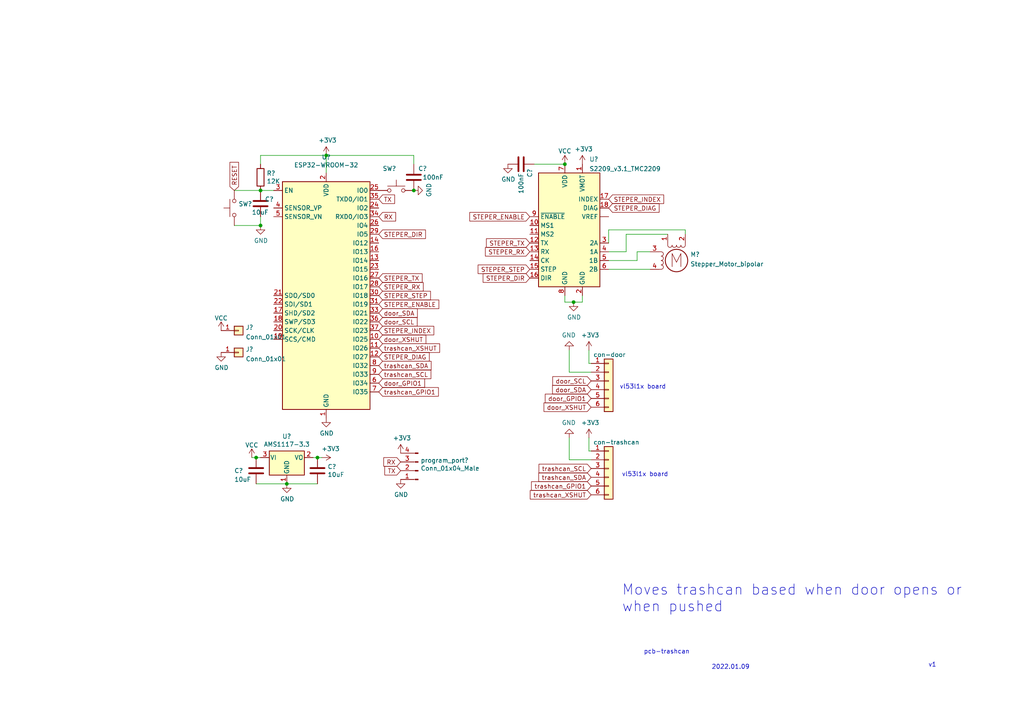
<source format=kicad_sch>
(kicad_sch (version 20211123) (generator eeschema)
  (paper "A4")
  (lib_symbols
    (symbol "Connector:Conn_01x04_Male" (pin_names (offset 1.016) hide)
      (property "Reference" "J" (at 0 5.08 0))
      (property "Value" "Conn_01x04_Male" (at 0 -7.62 0))
      (symbol "Conn_01x04_Male_1_1"
        (polyline (pts (xy 1.27 -5.08) (xy 0.8636 -5.08)) (stroke (width 0.1524)))
        (polyline (pts (xy 1.27 -2.54) (xy 0.8636 -2.54)) (stroke (width 0.1524)))
        (polyline (pts (xy 1.27 0) (xy 0.8636 0)) (stroke (width 0.1524)))
        (polyline (pts (xy 1.27 2.54) (xy 0.8636 2.54)) (stroke (width 0.1524)))
        (rectangle (start 0.8636 -4.953) (end 0 -5.207) (stroke (width 0.1524)) (fill (type outline)))
        (rectangle (start 0.8636 -2.413) (end 0 -2.667) (stroke (width 0.1524)) (fill (type outline)))
        (rectangle (start 0.8636 0.127) (end 0 -0.127) (stroke (width 0.1524)) (fill (type outline)))
        (rectangle (start 0.8636 2.667) (end 0 2.413) (stroke (width 0.1524)) (fill (type outline)))
        (pin passive line (at 5.08 2.54 180) (length 3.81) (name "Pin_1") (number "1"))
        (pin passive line (at 5.08 0 180) (length 3.81) (name "Pin_2") (number "2"))
        (pin passive line (at 5.08 -2.54 180) (length 3.81) (name "Pin_3") (number "3"))
        (pin passive line (at 5.08 -5.08 180) (length 3.81) (name "Pin_4") (number "4"))
      )
    )
    (symbol "Connector_Generic:Conn_01x01" (pin_names (offset 1.016) hide)
      (property "Reference" "J" (at 0 2.54 0))
      (property "Value" "Conn_01x01" (at 0 -2.54 0))
      (symbol "Conn_01x01_1_1"
        (rectangle (start -1.27 0.127) (end 0 -0.127) (stroke (width 0.1524)))
        (rectangle (start -1.27 1.27) (end 1.27 -1.27) (stroke (width 0.254)) (fill (type background)))
        (pin passive line (at -5.08 0 0) (length 3.81) (name "Pin_1") (number "1"))
      )
    )
    (symbol "Connector_Generic:Conn_01x06" (pin_names (offset 1.016) hide)
      (property "Reference" "J" (at 0 7.62 0))
      (property "Value" "Conn_01x06" (at 0 -10.16 0))
      (symbol "Conn_01x06_1_1"
        (rectangle (start -1.27 -7.493) (end 0 -7.747) (stroke (width 0.1524)))
        (rectangle (start -1.27 -4.953) (end 0 -5.207) (stroke (width 0.1524)))
        (rectangle (start -1.27 -2.413) (end 0 -2.667) (stroke (width 0.1524)))
        (rectangle (start -1.27 0.127) (end 0 -0.127) (stroke (width 0.1524)))
        (rectangle (start -1.27 2.667) (end 0 2.413) (stroke (width 0.1524)))
        (rectangle (start -1.27 5.207) (end 0 4.953) (stroke (width 0.1524)))
        (rectangle (start -1.27 6.35) (end 1.27 -8.89) (stroke (width 0.254)) (fill (type background)))
        (pin passive line (at -5.08 5.08 0) (length 3.81) (name "Pin_1") (number "1"))
        (pin passive line (at -5.08 2.54 0) (length 3.81) (name "Pin_2") (number "2"))
        (pin passive line (at -5.08 0 0) (length 3.81) (name "Pin_3") (number "3"))
        (pin passive line (at -5.08 -2.54 0) (length 3.81) (name "Pin_4") (number "4"))
        (pin passive line (at -5.08 -5.08 0) (length 3.81) (name "Pin_5") (number "5"))
        (pin passive line (at -5.08 -7.62 0) (length 3.81) (name "Pin_6") (number "6"))
      )
    )
    (symbol "Device:C" (pin_numbers hide) (pin_names (offset 0.254))
      (property "Reference" "C" (at 0.635 2.54 0))
      (property "Value" "C" (at 0.635 -2.54 0))
      (symbol "C_0_1"
        (polyline (pts (xy -2.032 -0.762) (xy 2.032 -0.762)) (stroke (width 0.508)))
        (polyline (pts (xy -2.032 0.762) (xy 2.032 0.762)) (stroke (width 0.508)))
      )
      (symbol "C_1_1"
        (pin passive line (at 0 3.81 270) (length 2.794) (name "~") (number "1"))
        (pin passive line (at 0 -3.81 90) (length 2.794) (name "~") (number "2"))
      )
    )
    (symbol "Device:R" (pin_numbers hide) (pin_names (offset 0))
      (property "Reference" "R" (at 2.032 0 90))
      (property "Value" "R" (at 0 0 90))
      (symbol "R_0_1"
        (rectangle (start -1.016 -2.54) (end 1.016 2.54) (stroke (width 0.254)))
      )
      (symbol "R_1_1"
        (pin passive line (at 0 3.81 270) (length 1.27) (name "~") (number "1"))
        (pin passive line (at 0 -3.81 90) (length 1.27) (name "~") (number "2"))
      )
    )
    (symbol "Driver_Motor:S2209_v3.1_TMC2209"
      (property "Reference" "U" (at -13.97 22.86 0))
      (property "Value" "S2209_v3.1_TMC2209" (at -15.24 20.32 0))
      (symbol "S2209_v3.1_TMC2209_0_1"
        (rectangle (start 7.62 -13.97) (end -10.16 19.05) (stroke (width 0.254)) (fill (type background)))
      )
      (symbol "S2209_v3.1_TMC2209_1_1"
        (pin output line (at 10.16 6.35 180) (length 2.54) (name "VREF") (number ""))
        (pin power_in line (at 2.54 21.59 270) (length 2.54) (name "VMOT") (number "1"))
        (pin input line (at -12.7 3.81 0) (length 2.54) (name "MS1") (number "10"))
        (pin input line (at -12.7 1.27 0) (length 2.54) (name "MS2") (number "11"))
        (pin output line (at -12.7 -1.27 0) (length 2.54) (name "TX") (number "12"))
        (pin input line (at -12.7 -3.81 0) (length 2.54) (name "RX") (number "13"))
        (pin input line (at -12.7 -6.35 0) (length 2.54) (name "CK") (number "14"))
        (pin input line (at -12.7 -8.89 0) (length 2.54) (name "STEP") (number "15"))
        (pin input line (at -12.7 -11.43 0) (length 2.54) (name "DIR") (number "16"))
        (pin output line (at 10.16 11.43 180) (length 2.54) (name "INDEX") (number "17"))
        (pin output line (at 10.16 8.89 180) (length 2.54) (name "DIAG") (number "18"))
        (pin power_in line (at 2.54 -16.51 90) (length 2.54) (name "GND") (number "2"))
        (pin output line (at 10.16 -1.27 180) (length 2.54) (name "2A") (number "3"))
        (pin output line (at 10.16 -3.81 180) (length 2.54) (name "1A") (number "4"))
        (pin output line (at 10.16 -6.35 180) (length 2.54) (name "1B") (number "5"))
        (pin output line (at 10.16 -8.89 180) (length 2.54) (name "2B") (number "6"))
        (pin power_in line (at -2.54 21.59 270) (length 2.54) (name "VDD") (number "7"))
        (pin power_in line (at -2.54 -16.51 90) (length 2.54) (name "GND") (number "8"))
        (pin input line (at -12.7 6.35 0) (length 2.54) (name "~{ENABLE}") (number "9"))
      )
    )
    (symbol "Motor:Stepper_Motor_bipolar" (pin_names (offset 0) hide)
      (property "Reference" "M" (at 3.81 2.54 0))
      (property "Value" "Stepper_Motor_bipolar" (at 3.81 1.27 0))
      (symbol "Stepper_Motor_bipolar_0_0"
        (polyline (pts (xy -1.27 -1.778) (xy -1.27 2.032) (xy 0 -0.508) (xy 1.27 2.032) (xy 1.27 -1.778)))
      )
      (symbol "Stepper_Motor_bipolar_0_1"
        (arc (start -4.445 -2.54) (mid -3.81 -1.905) (end -4.445 -1.27))
        (arc (start -4.445 -1.27) (mid -3.81 -0.635) (end -4.445 0))
        (arc (start -4.445 0) (mid -3.81 0.635) (end -4.445 1.27))
        (arc (start -4.445 1.27) (mid -3.81 1.905) (end -4.445 2.54))
        (arc (start -2.54 4.445) (mid -1.905 3.81) (end -1.27 4.445))
        (arc (start -1.27 4.445) (mid -0.635 3.81) (end 0 4.445))
        (polyline (pts (xy -5.08 -2.54) (xy -4.445 -2.54)))
        (polyline (pts (xy -5.08 2.54) (xy -4.445 2.54)))
        (polyline (pts (xy -2.54 5.08) (xy -2.54 4.445)))
        (polyline (pts (xy 2.54 5.08) (xy 2.54 4.445)))
        (circle (center 0 0) (radius 3.2512) (stroke (width 0.254)))
        (arc (start 0 4.445) (mid 0.635 3.81) (end 1.27 4.445))
        (arc (start 1.27 4.445) (mid 1.905 3.81) (end 2.54 4.445))
      )
      (symbol "Stepper_Motor_bipolar_1_1"
        (pin passive line (at -2.54 7.62 270) (length 2.54) (name "~") (number "1"))
        (pin passive line (at 2.54 7.62 270) (length 2.54) (name "-") (number "2"))
        (pin passive line (at -7.62 2.54 0) (length 2.54) (name "~") (number "3"))
        (pin passive line (at -7.62 -2.54 0) (length 2.54) (name "~") (number "4"))
      )
    )
    (symbol "RF_Module:ESP32-WROOM-32"
      (property "Reference" "U" (at -12.7 34.29 0))
      (property "Value" "ESP32-WROOM-32" (at 1.27 34.29 0))
      (symbol "ESP32-WROOM-32_0_1"
        (rectangle (start -12.7 33.02) (end 12.7 -33.02) (stroke (width 0.254)) (fill (type background)))
      )
      (symbol "ESP32-WROOM-32_1_1"
        (pin power_in line (at 0 -35.56 90) (length 2.54) (name "GND") (number "1"))
        (pin bidirectional line (at 15.24 -12.7 180) (length 2.54) (name "IO25") (number "10"))
        (pin bidirectional line (at 15.24 -15.24 180) (length 2.54) (name "IO26") (number "11"))
        (pin bidirectional line (at 15.24 -17.78 180) (length 2.54) (name "IO27") (number "12"))
        (pin bidirectional line (at 15.24 10.16 180) (length 2.54) (name "IO14") (number "13"))
        (pin bidirectional line (at 15.24 15.24 180) (length 2.54) (name "IO12") (number "14"))
        (pin passive line (at 0 -35.56 90) (length 2.54) hide (name "GND") (number "15"))
        (pin bidirectional line (at 15.24 12.7 180) (length 2.54) (name "IO13") (number "16"))
        (pin bidirectional line (at -15.24 -5.08 0) (length 2.54) (name "SHD/SD2") (number "17"))
        (pin bidirectional line (at -15.24 -7.62 0) (length 2.54) (name "SWP/SD3") (number "18"))
        (pin bidirectional line (at -15.24 -12.7 0) (length 2.54) (name "SCS/CMD") (number "19"))
        (pin power_in line (at 0 35.56 270) (length 2.54) (name "VDD") (number "2"))
        (pin bidirectional line (at -15.24 -10.16 0) (length 2.54) (name "SCK/CLK") (number "20"))
        (pin bidirectional line (at -15.24 0 0) (length 2.54) (name "SDO/SD0") (number "21"))
        (pin bidirectional line (at -15.24 -2.54 0) (length 2.54) (name "SDI/SD1") (number "22"))
        (pin bidirectional line (at 15.24 7.62 180) (length 2.54) (name "IO15") (number "23"))
        (pin bidirectional line (at 15.24 25.4 180) (length 2.54) (name "IO2") (number "24"))
        (pin bidirectional line (at 15.24 30.48 180) (length 2.54) (name "IO0") (number "25"))
        (pin bidirectional line (at 15.24 20.32 180) (length 2.54) (name "IO4") (number "26"))
        (pin bidirectional line (at 15.24 5.08 180) (length 2.54) (name "IO16") (number "27"))
        (pin bidirectional line (at 15.24 2.54 180) (length 2.54) (name "IO17") (number "28"))
        (pin bidirectional line (at 15.24 17.78 180) (length 2.54) (name "IO5") (number "29"))
        (pin input line (at -15.24 30.48 0) (length 2.54) (name "EN") (number "3"))
        (pin bidirectional line (at 15.24 0 180) (length 2.54) (name "IO18") (number "30"))
        (pin bidirectional line (at 15.24 -2.54 180) (length 2.54) (name "IO19") (number "31"))
        (pin no_connect line (at -12.7 -27.94 0) (length 2.54) hide (name "NC") (number "32"))
        (pin bidirectional line (at 15.24 -5.08 180) (length 2.54) (name "IO21") (number "33"))
        (pin bidirectional line (at 15.24 22.86 180) (length 2.54) (name "RXD0/IO3") (number "34"))
        (pin bidirectional line (at 15.24 27.94 180) (length 2.54) (name "TXD0/IO1") (number "35"))
        (pin bidirectional line (at 15.24 -7.62 180) (length 2.54) (name "IO22") (number "36"))
        (pin bidirectional line (at 15.24 -10.16 180) (length 2.54) (name "IO23") (number "37"))
        (pin passive line (at 0 -35.56 90) (length 2.54) hide (name "GND") (number "38"))
        (pin passive line (at 0 -35.56 90) (length 2.54) hide (name "GND") (number "39"))
        (pin input line (at -15.24 25.4 0) (length 2.54) (name "SENSOR_VP") (number "4"))
        (pin input line (at -15.24 22.86 0) (length 2.54) (name "SENSOR_VN") (number "5"))
        (pin input line (at 15.24 -25.4 180) (length 2.54) (name "IO34") (number "6"))
        (pin input line (at 15.24 -27.94 180) (length 2.54) (name "IO35") (number "7"))
        (pin bidirectional line (at 15.24 -20.32 180) (length 2.54) (name "IO32") (number "8"))
        (pin bidirectional line (at 15.24 -22.86 180) (length 2.54) (name "IO33") (number "9"))
      )
    )
    (symbol "Regulator_Linear:AMS1117-3.3" (pin_names (offset 0.254))
      (property "Reference" "U" (at -3.81 3.175 0))
      (property "Value" "AMS1117-3.3" (at 0 3.175 0))
      (symbol "AMS1117-3.3_0_1"
        (rectangle (start -5.08 -5.08) (end 5.08 1.905) (stroke (width 0.254)) (fill (type background)))
      )
      (symbol "AMS1117-3.3_1_1"
        (pin power_in line (at 0 -7.62 90) (length 2.54) (name "GND") (number "1"))
        (pin power_out line (at 7.62 0 180) (length 2.54) (name "VO") (number "2"))
        (pin power_in line (at -7.62 0 0) (length 2.54) (name "VI") (number "3"))
      )
    )
    (symbol "Switch:SW_Push" (pin_numbers hide) (pin_names (offset 1.016) hide)
      (property "Reference" "SW" (at 1.27 2.54 0))
      (property "Value" "SW_Push" (at 0 -1.524 0))
      (symbol "SW_Push_0_1"
        (circle (center -2.032 0) (radius 0.508))
        (polyline (pts (xy 0 1.27) (xy 0 3.048)))
        (polyline (pts (xy 2.54 1.27) (xy -2.54 1.27)))
        (circle (center 2.032 0) (radius 0.508))
        (pin passive line (at -5.08 0 0) (length 2.54) (name "1") (number "1"))
        (pin passive line (at 5.08 0 180) (length 2.54) (name "2") (number "2"))
      )
    )
    (symbol "power:+3.3V" (power) (pin_names (offset 0))
      (property "Value" "+3.3V" (at 0 3.556 0))
      (symbol "+3.3V_0_1"
        (polyline (pts (xy -0.762 1.27) (xy 0 2.54)))
        (polyline (pts (xy 0 0) (xy 0 2.54)))
        (polyline (pts (xy 0 2.54) (xy 0.762 1.27)))
      )
      (symbol "+3.3V_1_1"
        (pin power_in line (at 0 0 90) (length 0) hide (name "+3V3") (number "1"))
      )
    )
    (symbol "power:GND" (power) (pin_names (offset 0))
      (property "Value" "GND" (at 0 -3.81 0))
      (symbol "GND_0_1"
        (polyline (pts (xy 0 0) (xy 0 -1.27) (xy 1.27 -1.27) (xy 0 -2.54) (xy -1.27 -1.27) (xy 0 -1.27)))
      )
      (symbol "GND_1_1"
        (pin power_in line (at 0 0 270) (length 0) hide (name "GND") (number "1"))
      )
    )
    (symbol "power:VCC" (power) (pin_names (offset 0))
      (property "Value" "VCC" (at 0 3.81 0))
      (symbol "VCC_0_1"
        (polyline (pts (xy -0.762 1.27) (xy 0 2.54)))
        (polyline (pts (xy 0 0) (xy 0 2.54)))
        (polyline (pts (xy 0 2.54) (xy 0.762 1.27)))
      )
      (symbol "VCC_1_1"
        (pin power_in line (at 0 0 90) (length 0) hide (name "VCC") (number "1"))
      )
    )
  )
  (junction (at 75.565 65.405))
  (junction (at 94.615 45.085))
  (junction (at 74.295 132.715))
  (junction (at 120.015 55.245))
  (junction (at 166.37 87.63))
  (junction (at 92.075 132.715))
  (junction (at 163.83 47.625))
  (junction (at 83.185 140.335))
  (junction (at 75.565 55.245))
  (wire (pts (xy 165.1 107.95) (xy 165.1 101.6)))
  (wire (pts (xy 67.945 65.405) (xy 75.565 65.405)))
  (wire (pts (xy 184.785 75.565) (xy 184.785 73.025)))
  (wire (pts (xy 67.945 55.245) (xy 75.565 55.245)))
  (wire (pts (xy 154.94 47.625) (xy 163.83 47.625)))
  (wire (pts (xy 184.785 73.025) (xy 188.595 73.025)))
  (wire (pts (xy 74.295 140.335) (xy 83.185 140.335)))
  (wire (pts (xy 170.815 105.41) (xy 171.45 105.41)))
  (wire (pts (xy 170.815 127) (xy 170.815 130.81)))
  (wire (pts (xy 75.565 45.085) (xy 94.615 45.085)))
  (wire (pts (xy 198.755 66.675) (xy 198.755 67.945)))
  (wire (pts (xy 75.565 47.625) (xy 75.565 45.085)))
  (wire (pts (xy 120.015 45.085) (xy 120.015 47.625)))
  (wire (pts (xy 170.815 101.6) (xy 170.815 105.41)))
  (wire (pts (xy 92.075 132.715) (xy 93.345 132.715)))
  (wire (pts (xy 75.565 65.405) (xy 75.565 62.865)))
  (wire (pts (xy 168.91 87.63) (xy 166.37 87.63)))
  (wire (pts (xy 176.53 70.485) (xy 176.53 66.675)))
  (wire (pts (xy 94.615 45.085) (xy 120.015 45.085)))
  (wire (pts (xy 165.1 133.35) (xy 165.1 127)))
  (wire (pts (xy 74.295 132.715) (xy 75.565 132.715)))
  (wire (pts (xy 90.805 132.715) (xy 92.075 132.715)))
  (wire (pts (xy 73.025 132.715) (xy 74.295 132.715)))
  (wire (pts (xy 176.53 78.105) (xy 188.595 78.105)))
  (wire (pts (xy 163.83 85.725) (xy 163.83 87.63)))
  (wire (pts (xy 170.815 130.81) (xy 171.45 130.81)))
  (wire (pts (xy 181.61 73.025) (xy 181.61 67.945)))
  (wire (pts (xy 75.565 55.245) (xy 79.375 55.245)))
  (wire (pts (xy 176.53 66.675) (xy 198.755 66.675)))
  (wire (pts (xy 83.185 140.335) (xy 92.075 140.335)))
  (wire (pts (xy 168.91 85.725) (xy 168.91 87.63)))
  (wire (pts (xy 163.83 87.63) (xy 166.37 87.63)))
  (wire (pts (xy 176.53 75.565) (xy 184.785 75.565)))
  (wire (pts (xy 171.45 107.95) (xy 165.1 107.95)))
  (wire (pts (xy 171.45 133.35) (xy 165.1 133.35)))
  (wire (pts (xy 94.615 45.085) (xy 94.615 50.165)))
  (wire (pts (xy 181.61 67.945) (xy 193.675 67.945)))
  (wire (pts (xy 176.53 73.025) (xy 181.61 73.025)))
  (text "v1" (at 269.24 193.675 0) (effects (font (size 1.27 1.27)) (justify left bottom)))
  (text "vl53l1x board" (at 180.34 138.43 0) (effects (font (size 1.27 1.27)) (justify left bottom)))
  (text "pcb-trashcan" (at 186.69 189.865 0) (effects (font (size 1.27 1.27)) (justify left bottom)))
  (text "Moves trashcan based when door opens or\nwhen pushed" (at 180.34 177.8 0) (effects (font (size 3 3)) (justify left bottom)))
  (text "2022.01.09" (at 206.375 194.31 0) (effects (font (size 1.27 1.27)) (justify left bottom)))
  (text "vl53l1x board" (at 179.705 113.03 0) (effects (font (size 1.27 1.27)) (justify left bottom)))
  (global_label "STEPER_DIR" (shape input) (at 153.67 80.645 180) (property "Intersheet References" "${INTERSHEET_REFS}" (effects hide)))
  (global_label "STEPER_DIR" (shape input) (at 109.855 67.945 0) (property "Intersheet References" "${INTERSHEET_REFS}" (effects hide)))
  (global_label "door_SCL" (shape input) (at 171.45 110.49 180) (property "Intersheet References" "${INTERSHEET_REFS}" (effects hide)))
  (global_label "trashcan_GPIO1" (shape input) (at 109.855 113.665 0) (property "Intersheet References" "${INTERSHEET_REFS}" (effects hide)))
  (global_label "trashcan_SDA" (shape input) (at 109.855 106.045 0) (property "Intersheet References" "${INTERSHEET_REFS}" (effects hide)))
  (global_label "door_XSHUT" (shape input) (at 109.855 98.425 0) (property "Intersheet References" "${INTERSHEET_REFS}" (effects hide)))
  (global_label "door_SDA" (shape input) (at 109.855 90.805 0) (property "Intersheet References" "${INTERSHEET_REFS}" (effects hide)))
  (global_label "TX" (shape input) (at 109.855 57.785 0) (property "Intersheet References" "${INTERSHEET_REFS}" (effects hide)))
  (global_label "trashcan_SCL" (shape input) (at 171.45 135.89 180) (property "Intersheet References" "${INTERSHEET_REFS}" (effects hide)))
  (global_label "trashcan_GPIO1" (shape input) (at 171.45 140.97 180) (property "Intersheet References" "${INTERSHEET_REFS}" (effects hide)))
  (global_label "door_SDA" (shape input) (at 171.45 113.03 180) (property "Intersheet References" "${INTERSHEET_REFS}" (effects hide)))
  (global_label "door_SCL" (shape input) (at 109.855 93.345 0) (property "Intersheet References" "${INTERSHEET_REFS}" (effects hide)))
  (global_label "door_GPIO1" (shape input) (at 171.45 115.57 180) (property "Intersheet References" "${INTERSHEET_REFS}" (effects hide)))
  (global_label "STEPER_INDEX" (shape input) (at 109.855 95.885 0) (property "Intersheet References" "${INTERSHEET_REFS}" (effects hide)))
  (global_label "STEPER_RX" (shape input) (at 153.67 73.025 180) (property "Intersheet References" "${INTERSHEET_REFS}" (effects hide)))
  (global_label "trashcan_XSHUT" (shape input) (at 171.45 143.51 180) (property "Intersheet References" "${INTERSHEET_REFS}" (effects hide)))
  (global_label "RESET" (shape input) (at 67.945 55.245 90) (property "Intersheet References" "${INTERSHEET_REFS}" (effects hide)))
  (global_label "STEPER_TX" (shape input) (at 109.855 80.645 0) (property "Intersheet References" "${INTERSHEET_REFS}" (effects hide)))
  (global_label "STEPER_STEP" (shape input) (at 109.855 85.725 0) (property "Intersheet References" "${INTERSHEET_REFS}" (effects hide)))
  (global_label "STEPER_DIAG" (shape input) (at 176.53 60.325 0) (property "Intersheet References" "${INTERSHEET_REFS}" (effects hide)))
  (global_label "STEPER_ENABLE" (shape input) (at 109.855 88.265 0) (property "Intersheet References" "${INTERSHEET_REFS}" (effects hide)))
  (global_label "trashcan_SDA" (shape input) (at 171.45 138.43 180) (property "Intersheet References" "${INTERSHEET_REFS}" (effects hide)))
  (global_label "RX" (shape input) (at 116.205 133.985 180) (property "Intersheet References" "${INTERSHEET_REFS}" (effects hide)))
  (global_label "STEPER_DIAG" (shape input) (at 109.855 103.505 0) (property "Intersheet References" "${INTERSHEET_REFS}" (effects hide)))
  (global_label "RX" (shape input) (at 109.855 62.865 0) (property "Intersheet References" "${INTERSHEET_REFS}" (effects hide)))
  (global_label "STEPER_INDEX" (shape input) (at 176.53 57.785 0) (property "Intersheet References" "${INTERSHEET_REFS}" (effects hide)))
  (global_label "STEPER_ENABLE" (shape input) (at 153.67 62.865 180) (property "Intersheet References" "${INTERSHEET_REFS}" (effects hide)))
  (global_label "door_GPIO1" (shape input) (at 109.855 111.125 0) (property "Intersheet References" "${INTERSHEET_REFS}" (effects hide)))
  (global_label "STEPER_TX" (shape input) (at 153.67 70.485 180) (property "Intersheet References" "${INTERSHEET_REFS}" (effects hide)))
  (global_label "door_XSHUT" (shape input) (at 171.45 118.11 180) (property "Intersheet References" "${INTERSHEET_REFS}" (effects hide)))
  (global_label "TX" (shape input) (at 116.205 136.525 180) (property "Intersheet References" "${INTERSHEET_REFS}" (effects hide)))
  (global_label "trashcan_SCL" (shape input) (at 109.855 108.585 0) (property "Intersheet References" "${INTERSHEET_REFS}" (effects hide)))
  (global_label "STEPER_STEP" (shape input) (at 153.67 78.105 180) (property "Intersheet References" "${INTERSHEET_REFS}" (effects hide)))
  (global_label "STEPER_RX" (shape input) (at 109.855 83.185 0) (property "Intersheet References" "${INTERSHEET_REFS}" (effects hide)))
  (global_label "trashcan_XSHUT" (shape input) (at 109.855 100.965 0) (property "Intersheet References" "${INTERSHEET_REFS}" (effects hide)))
  (symbol (lib_id "Connector_Generic:Conn_01x06") (at 176.53 110.49 0) (unit 1)
    (property "Reference" "con-door" (at 172.085 102.87 0) (effects (justify left)))
    (property "Value" "Conn_01x06" (effects hide))
  )
  (symbol (lib_id "Regulator_Linear:AMS1117-3.3") (at 83.185 132.715 0) (unit 1)
    (property "Reference" "U?" (at 83.185 126.5682 0))
    (property "Value" "AMS1117-3.3" (at 83.185 128.8796 0))
    (property "Footprint" "Package_TO_SOT_SMD:SOT-223-3_TabPin2" (effects hide))
    (property "Datasheet" "http://www.advanced-monolithic.com/pdf/ds1117.pdf" (effects hide))
  )
  (symbol (lib_id "Motor:Stepper_Motor_bipolar") (at 196.215 75.565 0) (unit 1)
    (property "Reference" "M?" (at 200.2282 73.8056 0) (effects (justify left)))
    (property "Value" "Stepper_Motor_bipolar" (at 200.2282 76.5807 0) (effects (justify left)))
    (property "Datasheet" "http://www.infineon.com/dgdl/Application-Note-TLE8110EE_driving_UniPolarStepperMotor_V1.1.pdf?fileId=db3a30431be39b97011be5d0aa0a00b0" (effects hide))
  )
  (symbol (lib_id "power:+3.3V") (at 170.815 127 0) (unit 1)
    (property "Reference" "#PWR0116" (effects hide))
    (property "Value" "+3.3V" (at 171.196 122.6058 0))
  )
  (symbol (lib_id "Driver_Motor:S2209_v3.1_TMC2209") (at 166.37 69.215 0) (unit 1)
    (property "Reference" "U?" (at 170.9294 46.1985 0) (effects (justify left)))
    (property "Value" "S2209_v3.1_TMC2209" (at 170.9294 48.9736 0) (effects (justify left)))
  )
  (symbol (lib_id "power:+3.3V") (at 168.91 47.625 0) (unit 1)
    (property "Reference" "#PWR0114" (effects hide))
    (property "Value" "+3.3V" (at 169.291 43.2308 0))
  )
  (symbol (lib_id "power:GND") (at 83.185 140.335 0) (unit 1)
    (property "Reference" "#PWR0103" (effects hide))
    (property "Value" "GND" (at 83.312 144.7292 0))
  )
  (symbol (lib_id "power:GND") (at 165.1 127 180) (unit 1)
    (property "Reference" "#PWR0115" (effects hide))
    (property "Value" "GND" (at 164.973 122.6058 0))
  )
  (symbol (lib_id "power:+3.3V") (at 93.345 132.715 270) (unit 1)
    (property "Reference" "#PWR0102" (effects hide))
    (property "Value" "+3.3V" (at 95.885 130.175 90))
  )
  (symbol (lib_id "Device:R") (at 75.565 51.435 0) (unit 1)
    (property "Reference" "R?" (at 77.343 50.2666 0) (effects (justify left)))
    (property "Value" "12K" (at 77.343 52.578 0) (effects (justify left)))
    (property "Footprint" "Resistor_SMD:R_0805_2012Metric" (effects hide))
  )
  (symbol (lib_id "power:+3.3V") (at 116.205 131.445 0) (unit 1)
    (property "Reference" "#PWR0105" (effects hide))
    (property "Value" "+3.3V" (at 116.586 127.0508 0))
  )
  (symbol (lib_id "Connector_Generic:Conn_01x01") (at 69.215 95.885 0) (unit 1)
    (property "Reference" "J?" (at 71.247 94.9765 0) (effects (justify left)))
    (property "Value" "Conn_01x01" (at 71.247 97.7516 0) (effects (justify left)))
    (property "Footprint" "Connector_Wire:SolderWire-1sqmm_1x01_D1.4mm_OD2.7mm" (effects hide))
  )
  (symbol (lib_id "Device:C") (at 151.13 47.625 90) (unit 1)
    (property "Reference" "C?" (at 153.67 48.895 0) (effects (justify right)))
    (property "Value" "100nF" (at 151.13 50.165 0) (effects (justify right)))
    (property "Footprint" "Capacitor_SMD:C_0805_2012Metric" (effects hide))
  )
  (symbol (lib_id "Device:C") (at 74.295 136.525 180) (unit 1)
    (property "Reference" "C?" (at 67.945 136.525 0) (effects (justify right)))
    (property "Value" "10uF" (at 67.945 139.065 0) (effects (justify right)))
    (property "Footprint" "Capacitor_SMD:C_0805_2012Metric" (effects hide))
  )
  (symbol (lib_id "power:GND") (at 147.32 47.625 0) (unit 1)
    (property "Reference" "#PWR0113" (effects hide))
    (property "Value" "GND" (at 147.447 52.0192 0))
  )
  (symbol (lib_id "Device:C") (at 120.015 51.435 180) (unit 1)
    (property "Reference" "C?" (at 121.285 48.895 0) (effects (justify right)))
    (property "Value" "100nF" (at 122.555 51.435 0) (effects (justify right)))
    (property "Footprint" "Capacitor_SMD:C_0805_2012Metric" (effects hide))
  )
  (symbol (lib_id "power:GND") (at 120.015 55.245 90) (unit 1)
    (property "Reference" "#PWR0109" (effects hide))
    (property "Value" "GND" (at 124.4092 55.118 0))
  )
  (symbol (lib_id "Switch:SW_Push") (at 114.935 55.245 0) (unit 1)
    (property "Reference" "SW?" (at 114.935 48.895 0) (effects (justify right)))
    (property "Value" "SW_Push" (effects hide))
    (property "Footprint" "Button_Switch_SMD:SW_SPST_PTS810" (effects hide))
  )
  (symbol (lib_id "Device:C") (at 92.075 136.525 180) (unit 1)
    (property "Reference" "C?" (at 94.996 135.3566 0) (effects (justify right)))
    (property "Value" "10uF" (at 94.996 137.668 0) (effects (justify right)))
    (property "Footprint" "Capacitor_SMD:C_0805_2012Metric" (effects hide))
  )
  (symbol (lib_id "Connector_Generic:Conn_01x01") (at 69.215 102.235 0) (unit 1)
    (property "Reference" "J?" (at 71.247 101.3265 0) (effects (justify left)))
    (property "Value" "Conn_01x01" (at 71.247 104.1016 0) (effects (justify left)))
    (property "Footprint" "Connector_Wire:SolderWire-1sqmm_1x01_D1.4mm_OD2.7mm" (effects hide))
  )
  (symbol (lib_id "power:VCC") (at 163.83 47.625 0) (unit 1)
    (property "Reference" "#PWR0112" (effects hide))
    (property "Value" "VCC" (at 163.83 43.815 0))
  )
  (symbol (lib_id "power:+3.3V") (at 94.615 45.085 0) (unit 1)
    (property "Reference" "#PWR0111" (effects hide))
    (property "Value" "+3.3V" (at 94.996 40.6908 0))
  )
  (symbol (lib_id "RF_Module:ESP32-WROOM-32") (at 94.615 85.725 0) (unit 1)
    (property "Reference" "U?" (at 94.615 45.5676 0))
    (property "Value" "ESP32-WROOM-32" (at 94.615 47.879 0))
    (property "Footprint" "RF_Module:ESP32-WROOM-32" (effects hide))
    (property "Datasheet" "https://www.espressif.com/sites/default/files/documentation/esp32-wroom-32_datasheet_en.pdf" (effects hide))
  )
  (symbol (lib_id "power:GND") (at 166.37 87.63 0) (unit 1)
    (property "Reference" "#PWR0119" (effects hide))
    (property "Value" "GND" (at 166.497 92.0242 0))
  )
  (symbol (lib_id "power:+3.3V") (at 170.815 101.6 0) (unit 1)
    (property "Reference" "#PWR0117" (effects hide))
    (property "Value" "+3.3V" (at 171.196 97.2058 0))
  )
  (symbol (lib_id "Switch:SW_Push") (at 67.945 60.325 90) (unit 1)
    (property "Reference" "SW?" (at 69.1642 59.1566 90) (effects (justify right)))
    (property "Value" "SW_Push" (effects hide))
    (property "Footprint" "Button_Switch_SMD:SW_SPST_PTS810" (effects hide))
  )
  (symbol (lib_id "power:VCC") (at 73.025 132.715 0) (unit 1)
    (property "Reference" "#PWR0104" (effects hide))
    (property "Value" "VCC" (at 73.025 129.1105 0))
  )
  (symbol (lib_id "Connector_Generic:Conn_01x06") (at 176.53 135.89 0) (unit 1)
    (property "Reference" "con-trashcan" (at 172.085 128.27 0) (effects (justify left)))
    (property "Value" "Conn_01x06" (effects hide))
  )
  (symbol (lib_id "power:GND") (at 94.615 121.285 0) (unit 1)
    (property "Reference" "#PWR0101" (effects hide))
    (property "Value" "GND" (at 94.742 125.6792 0))
  )
  (symbol (lib_id "Device:C") (at 75.565 59.055 180) (unit 1)
    (property "Reference" "C?" (at 76.835 57.785 0) (effects (justify right)))
    (property "Value" "10uF" (at 73.025 61.595 0) (effects (justify right)))
    (property "Footprint" "Capacitor_SMD:C_0805_2012Metric" (effects hide))
  )
  (symbol (lib_id "power:GND") (at 64.135 102.235 0) (unit 1)
    (property "Reference" "#PWR0107" (effects hide))
    (property "Value" "GND" (at 64.262 106.6292 0))
  )
  (symbol (lib_id "power:GND") (at 116.205 139.065 0) (unit 1)
    (property "Reference" "#PWR0106" (effects hide))
    (property "Value" "GND" (at 116.332 143.4592 0))
  )
  (symbol (lib_id "power:GND") (at 75.565 65.405 0) (unit 1)
    (property "Reference" "#PWR0110" (effects hide))
    (property "Value" "GND" (at 75.692 69.7992 0))
  )
  (symbol (lib_id "Connector:Conn_01x04_Male") (at 121.285 136.525 180) (unit 1)
    (property "Reference" "program_port?" (at 121.9962 133.5278 0) (effects (justify right)))
    (property "Value" "Conn_01x04_Male" (at 121.9962 135.8392 0) (effects (justify right)))
    (property "Footprint" "Connector_PinHeader_2.54mm:PinHeader_1x04_P2.54mm_Vertical" (effects hide))
  )
  (symbol (lib_id "power:VCC") (at 64.135 95.885 0) (unit 1)
    (property "Reference" "#PWR0108" (effects hide))
    (property "Value" "VCC" (at 64.135 92.2805 0))
  )
  (symbol (lib_id "power:GND") (at 165.1 101.6 180) (unit 1)
    (property "Reference" "#PWR0118" (effects hide))
    (property "Value" "GND" (at 164.973 97.2058 0))
  )
)
</source>
